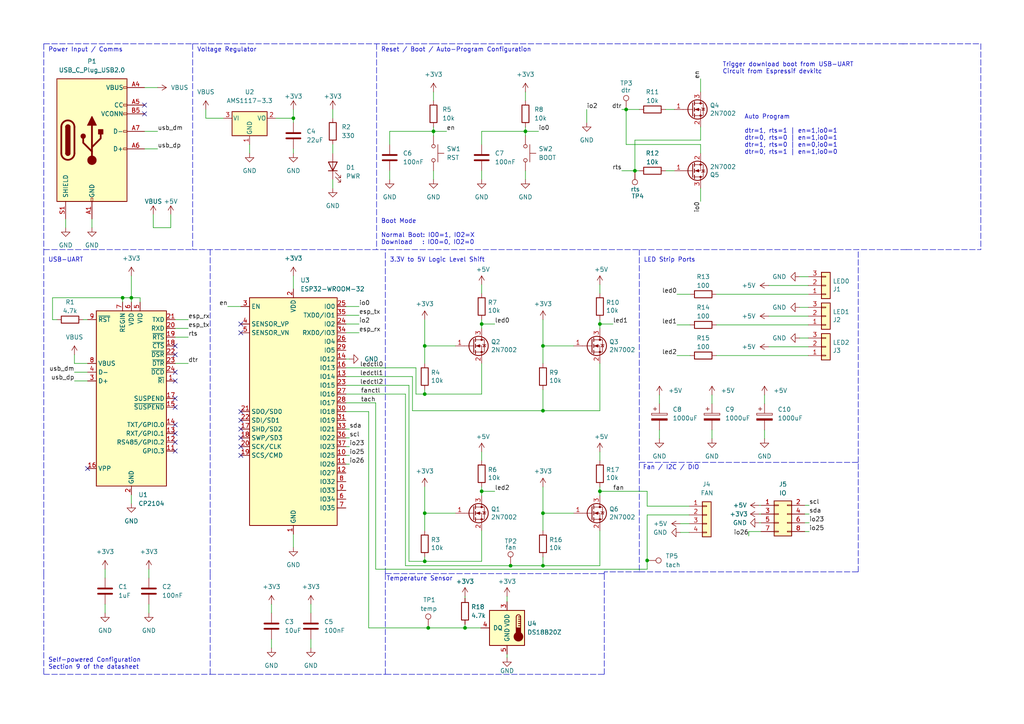
<source format=kicad_sch>
(kicad_sch (version 20211123) (generator eeschema)
  (paper "A4")
  (title_block (title "Helios Light Controller") (date "2022-04-23") (rev "E") (comment 1 "Author: Natesh Narain"))
  (junction (at 139.7 93.98))
  (junction (at 157.48 119.126))
  (junction (at 123.19 114.3))
  (junction (at 181.61 31.75))
  (junction (at 184.15 49.53))
  (junction (at 123.19 148.844))
  (junction (at 157.48 148.844))
  (junction (at 187.706 162.56))
  (junction (at 124.206 182.118))
  (junction (at 134.874 182.118))
  (junction (at 173.99 93.98))
  (junction (at 123.19 162.814))
  (junction (at 148.082 164.084))
  (junction (at 123.19 100.33))
  (junction (at 139.7 142.494))
  (junction (at 173.99 142.494))
  (junction (at 157.48 100.33))
  (junction (at 35.56 86.36))
  (junction (at 125.73 38.1))
  (junction (at 85.09 34.29))
  (junction (at 157.48 164.084))
  (junction (at 152.4 38.1))
  (junction (at 38.1 86.36))
  (no_connect (at 69.85 93.98))
  (no_connect (at 69.85 96.52))
  (no_connect (at 69.85 119.38))
  (no_connect (at 69.85 121.92))
  (no_connect (at 69.85 124.46))
  (no_connect (at 69.85 127))
  (no_connect (at 50.8 125.73))
  (no_connect (at 50.8 123.19))
  (no_connect (at 50.8 130.81))
  (no_connect (at 50.8 128.27))
  (no_connect (at 41.91 30.48))
  (no_connect (at 41.91 33.02))
  (no_connect (at 50.8 107.95))
  (no_connect (at 50.8 102.87))
  (no_connect (at 50.8 100.33))
  (no_connect (at 50.8 115.57))
  (no_connect (at 50.8 118.11))
  (no_connect (at 50.8 110.49))
  (no_connect (at 25.4 135.89))
  (no_connect (at 69.85 129.54))
  (no_connect (at 69.85 132.08))
  (wire (pts (xy 139.7 92.71) (xy 139.7 93.98)))
  (wire (pts (xy 196.342 103.124) (xy 200.152 103.124)))
  (wire (pts (xy 220.218 151.638) (xy 220.726 151.638)))
  (wire (pts (xy 40.64 86.36) (xy 40.64 87.63)))
  (wire (pts (xy 41.91 43.18) (xy 45.72 43.18)))
  (wire (pts (xy 43.18 175.26) (xy 43.18 177.8)))
  (wire (pts (xy 223.012 100.584) (xy 234.442 100.584)))
  (wire (pts (xy 173.99 142.494) (xy 187.706 142.494)))
  (polyline (pts (xy 175.26 165.862) (xy 175.26 166.37)))
  (wire (pts (xy 134.874 181.102) (xy 134.874 182.118)))
  (wire (pts (xy 90.17 185.42) (xy 90.17 187.96)))
  (wire (pts (xy 139.7 49.53) (xy 139.7 52.07)))
  (wire (pts (xy 173.99 141.224) (xy 173.99 142.494)))
  (wire (pts (xy 157.48 161.544) (xy 157.48 164.084)))
  (wire (pts (xy 50.8 92.71) (xy 54.61 92.71)))
  (wire (pts (xy 203.2 41.91) (xy 203.2 44.45)))
  (wire (pts (xy 15.24 92.71) (xy 15.24 86.36)))
  (wire (pts (xy 106.934 182.118) (xy 124.206 182.118)))
  (wire (pts (xy 173.99 93.98) (xy 173.99 95.25)))
  (wire (pts (xy 173.99 153.924) (xy 173.99 164.084)))
  (wire (pts (xy 123.19 113.03) (xy 123.19 114.3)))
  (wire (pts (xy 100.33 111.76) (xy 118.618 111.76)))
  (wire (pts (xy 139.7 153.924) (xy 139.7 162.814)))
  (polyline (pts (xy 185.42 165.862) (xy 248.92 165.862)))
  (wire (pts (xy 152.4 38.1) (xy 152.4 39.37)))
  (wire (pts (xy 221.742 124.714) (xy 221.742 127.254)))
  (wire (pts (xy 90.17 175.26) (xy 90.17 177.8)))
  (wire (pts (xy 125.73 38.1) (xy 129.54 38.1)))
  (wire (pts (xy 207.772 85.344) (xy 234.442 85.344)))
  (polyline (pts (xy 12.7 12.7) (xy 12.7 72.39)))
  (wire (pts (xy 85.09 154.94) (xy 85.09 158.75)))
  (wire (pts (xy 125.73 36.83) (xy 125.73 38.1)))
  (wire (pts (xy 203.2 36.83) (xy 203.2 40.64)))
  (wire (pts (xy 173.99 93.98) (xy 177.8 93.98)))
  (polyline (pts (xy 12.7 166.37) (xy 12.7 195.58)))
  (polyline (pts (xy 185.42 72.39) (xy 185.42 165.862)))
  (wire (pts (xy 38.1 86.36) (xy 40.64 86.36)))
  (wire (pts (xy 223.012 82.804) (xy 234.442 82.804)))
  (polyline (pts (xy 261.62 12.7) (xy 284.48 12.7)))
  (wire (pts (xy 193.04 49.53) (xy 195.58 49.53)))
  (polyline (pts (xy 60.96 72.39) (xy 60.96 153.67)))
  (polyline (pts (xy 109.22 12.7) (xy 109.22 72.39)))
  (wire (pts (xy 35.56 87.63) (xy 35.56 86.36)))
  (wire (pts (xy 157.48 100.33) (xy 157.48 105.41)))
  (wire (pts (xy 21.59 107.95) (xy 25.4 107.95)))
  (wire (pts (xy 16.51 92.71) (xy 15.24 92.71)))
  (wire (pts (xy 197.358 154.432) (xy 199.898 154.432)))
  (wire (pts (xy 220.218 146.558) (xy 220.726 146.558)))
  (wire (pts (xy 139.7 105.41) (xy 139.7 114.3)))
  (wire (pts (xy 66.04 88.9) (xy 69.85 88.9)))
  (polyline (pts (xy 60.96 195.58) (xy 111.76 195.58)))
  (polyline (pts (xy 262.89 72.39) (xy 284.48 72.39)))
  (wire (pts (xy 123.19 148.844) (xy 123.19 153.924)))
  (wire (pts (xy 132.08 148.844) (xy 123.19 148.844)))
  (polyline (pts (xy 248.92 134.112) (xy 248.92 72.39)))
  (wire (pts (xy 108.966 165.1) (xy 187.706 165.1)))
  (wire (pts (xy 180.34 49.53) (xy 184.15 49.53)))
  (wire (pts (xy 191.262 124.714) (xy 191.262 127.254)))
  (wire (pts (xy 19.05 63.5) (xy 19.05 66.04)))
  (wire (pts (xy 173.99 142.494) (xy 173.99 143.764)))
  (wire (pts (xy 117.602 114.3) (xy 117.602 164.084)))
  (wire (pts (xy 157.48 148.844) (xy 157.48 153.924)))
  (wire (pts (xy 173.99 82.55) (xy 173.99 85.09)))
  (wire (pts (xy 231.902 89.154) (xy 234.442 89.154)))
  (wire (pts (xy 35.56 86.36) (xy 38.1 86.36)))
  (wire (pts (xy 50.8 97.79) (xy 54.61 97.79)))
  (wire (pts (xy 139.7 114.3) (xy 123.19 114.3)))
  (wire (pts (xy 100.33 129.54) (xy 101.346 129.54)))
  (wire (pts (xy 173.99 119.126) (xy 157.48 119.126)))
  (wire (pts (xy 152.4 36.83) (xy 152.4 38.1)))
  (wire (pts (xy 233.426 146.558) (xy 234.696 146.558)))
  (wire (pts (xy 100.33 114.3) (xy 117.602 114.3)))
  (wire (pts (xy 50.8 95.25) (xy 54.61 95.25)))
  (wire (pts (xy 21.59 102.87) (xy 21.59 105.41)))
  (wire (pts (xy 120.65 114.3) (xy 123.19 114.3)))
  (wire (pts (xy 187.706 165.1) (xy 187.706 162.56)))
  (wire (pts (xy 80.01 34.29) (xy 85.09 34.29)))
  (wire (pts (xy 191.262 114.554) (xy 191.262 117.094)))
  (wire (pts (xy 206.502 114.554) (xy 206.502 117.094)))
  (wire (pts (xy 100.33 88.9) (xy 104.14 88.9)))
  (wire (pts (xy 233.426 151.638) (xy 234.696 151.638)))
  (wire (pts (xy 26.67 63.5) (xy 26.67 66.04)))
  (wire (pts (xy 106.934 182.118) (xy 106.934 119.38)))
  (wire (pts (xy 134.874 182.118) (xy 139.446 182.118)))
  (wire (pts (xy 132.08 100.33) (xy 123.19 100.33)))
  (wire (pts (xy 118.618 111.76) (xy 118.618 162.814)))
  (wire (pts (xy 196.342 85.344) (xy 200.152 85.344)))
  (polyline (pts (xy 125.73 12.7) (xy 262.89 12.7)))
  (wire (pts (xy 43.18 165.1) (xy 43.18 167.64)))
  (wire (pts (xy 49.53 62.23) (xy 49.53 66.04)))
  (polyline (pts (xy 60.96 153.67) (xy 60.96 166.37)))
  (wire (pts (xy 203.2 54.61) (xy 203.2 58.42)))
  (wire (pts (xy 139.7 82.55) (xy 139.7 85.09)))
  (polyline (pts (xy 175.26 195.58) (xy 175.26 166.37)))
  (polyline (pts (xy 12.7 72.39) (xy 12.7 153.67)))
  (wire (pts (xy 139.7 93.98) (xy 143.51 93.98)))
  (wire (pts (xy 100.33 104.14) (xy 101.346 104.14)))
  (wire (pts (xy 125.73 38.1) (xy 125.73 39.37)))
  (wire (pts (xy 100.33 91.44) (xy 104.14 91.44)))
  (polyline (pts (xy 248.92 165.862) (xy 248.92 134.112)))
  (wire (pts (xy 139.7 131.064) (xy 139.7 133.604)))
  (wire (pts (xy 180.34 31.75) (xy 181.61 31.75)))
  (wire (pts (xy 38.1 80.01) (xy 38.1 86.36)))
  (wire (pts (xy 85.09 43.18) (xy 85.09 44.45)))
  (polyline (pts (xy 185.42 134.112) (xy 248.92 134.112)))
  (wire (pts (xy 15.24 86.36) (xy 35.56 86.36)))
  (wire (pts (xy 100.33 93.98) (xy 104.14 93.98)))
  (wire (pts (xy 157.48 92.71) (xy 157.48 100.33)))
  (wire (pts (xy 123.19 161.544) (xy 123.19 162.814)))
  (wire (pts (xy 139.7 142.494) (xy 139.7 143.764)))
  (wire (pts (xy 220.218 149.098) (xy 220.726 149.098)))
  (wire (pts (xy 152.4 49.53) (xy 152.4 52.07)))
  (wire (pts (xy 100.33 119.38) (xy 106.934 119.38)))
  (wire (pts (xy 233.426 149.098) (xy 234.696 149.098)))
  (wire (pts (xy 72.39 41.91) (xy 72.39 44.45)))
  (wire (pts (xy 139.7 162.814) (xy 123.19 162.814)))
  (wire (pts (xy 147.066 189.738) (xy 147.066 190.754)))
  (polyline (pts (xy 185.42 165.862) (xy 175.26 165.862)))
  (polyline (pts (xy 284.48 12.7) (xy 284.48 72.39)))
  (wire (pts (xy 100.33 116.84) (xy 108.966 116.84)))
  (wire (pts (xy 108.966 116.84) (xy 108.966 165.1)))
  (wire (pts (xy 207.772 103.124) (xy 234.442 103.124)))
  (polyline (pts (xy 60.96 195.58) (xy 60.96 166.37)))
  (wire (pts (xy 96.52 41.91) (xy 96.52 44.45)))
  (wire (pts (xy 148.082 164.084) (xy 157.48 164.084)))
  (wire (pts (xy 44.45 62.23) (xy 44.45 66.04)))
  (polyline (pts (xy 12.7 12.7) (xy 55.88 12.7)))
  (wire (pts (xy 217.17 154.178) (xy 217.17 155.448)))
  (wire (pts (xy 181.61 31.75) (xy 181.61 41.91)))
  (wire (pts (xy 166.37 100.33) (xy 157.48 100.33)))
  (wire (pts (xy 233.426 154.178) (xy 234.696 154.178)))
  (wire (pts (xy 100.33 124.46) (xy 101.346 124.46)))
  (wire (pts (xy 100.33 106.68) (xy 120.65 106.68)))
  (wire (pts (xy 187.706 142.494) (xy 187.706 146.812)))
  (wire (pts (xy 96.52 31.75) (xy 96.52 34.29)))
  (wire (pts (xy 166.37 148.844) (xy 157.48 148.844)))
  (wire (pts (xy 78.74 185.42) (xy 78.74 187.96)))
  (wire (pts (xy 152.4 38.1) (xy 156.21 38.1)))
  (wire (pts (xy 123.19 141.224) (xy 123.19 148.844)))
  (wire (pts (xy 221.742 114.554) (xy 221.742 117.094)))
  (wire (pts (xy 78.74 175.26) (xy 78.74 177.8)))
  (wire (pts (xy 206.502 124.714) (xy 206.502 127.254)))
  (wire (pts (xy 38.1 86.36) (xy 38.1 87.63)))
  (wire (pts (xy 193.04 31.75) (xy 195.58 31.75)))
  (wire (pts (xy 184.15 49.53) (xy 185.42 49.53)))
  (wire (pts (xy 173.99 92.71) (xy 173.99 93.98)))
  (wire (pts (xy 21.59 105.41) (xy 25.4 105.41)))
  (wire (pts (xy 59.69 34.29) (xy 64.77 34.29)))
  (wire (pts (xy 100.33 109.22) (xy 119.634 109.22)))
  (wire (pts (xy 139.7 93.98) (xy 139.7 95.25)))
  (wire (pts (xy 184.15 49.53) (xy 184.15 40.64)))
  (wire (pts (xy 100.33 134.62) (xy 101.346 134.62)))
  (wire (pts (xy 100.33 132.08) (xy 101.346 132.08)))
  (polyline (pts (xy 12.7 195.58) (xy 60.96 195.58)))
  (polyline (pts (xy 111.76 166.37) (xy 111.76 72.39)))
  (wire (pts (xy 157.48 164.084) (xy 173.99 164.084)))
  (wire (pts (xy 113.03 38.1) (xy 113.03 41.91)))
  (wire (pts (xy 152.4 26.67) (xy 152.4 29.21)))
  (wire (pts (xy 124.206 182.118) (xy 134.874 182.118)))
  (wire (pts (xy 30.48 175.26) (xy 30.48 177.8)))
  (wire (pts (xy 187.706 162.56) (xy 187.706 149.352)))
  (wire (pts (xy 152.4 38.1) (xy 139.7 38.1)))
  (wire (pts (xy 223.012 91.694) (xy 234.442 91.694)))
  (wire (pts (xy 187.706 149.352) (xy 199.898 149.352)))
  (polyline (pts (xy 12.7 153.67) (xy 12.7 166.37)))
  (wire (pts (xy 41.91 38.1) (xy 45.72 38.1)))
  (wire (pts (xy 125.73 49.53) (xy 125.73 52.07)))
  (wire (pts (xy 207.772 94.234) (xy 234.442 94.234)))
  (wire (pts (xy 203.2 22.86) (xy 203.2 26.67)))
  (wire (pts (xy 173.99 131.064) (xy 173.99 133.604)))
  (wire (pts (xy 125.73 38.1) (xy 113.03 38.1)))
  (wire (pts (xy 85.09 34.29) (xy 85.09 35.56)))
  (wire (pts (xy 125.73 26.67) (xy 125.73 29.21)))
  (wire (pts (xy 50.8 105.41) (xy 54.61 105.41)))
  (wire (pts (xy 170.18 31.75) (xy 170.18 35.56)))
  (wire (pts (xy 134.874 172.974) (xy 134.874 173.482)))
  (wire (pts (xy 24.13 92.71) (xy 25.4 92.71)))
  (wire (pts (xy 123.19 92.71) (xy 123.19 100.33)))
  (wire (pts (xy 181.61 31.75) (xy 185.42 31.75)))
  (polyline (pts (xy 55.88 12.7) (xy 55.88 72.39)))
  (polyline (pts (xy 262.89 72.39) (xy 125.73 72.39)))
  (wire (pts (xy 85.09 31.75) (xy 85.09 34.29)))
  (polyline (pts (xy 111.76 195.58) (xy 111.76 166.37)))
  (wire (pts (xy 231.902 80.264) (xy 234.442 80.264)))
  (wire (pts (xy 100.33 96.52) (xy 104.14 96.52)))
  (wire (pts (xy 184.15 40.64) (xy 203.2 40.64)))
  (wire (pts (xy 173.99 105.41) (xy 173.99 119.126)))
  (wire (pts (xy 147.066 172.974) (xy 147.066 174.498)))
  (wire (pts (xy 139.7 38.1) (xy 139.7 41.91)))
  (wire (pts (xy 220.726 154.178) (xy 217.17 154.178)))
  (wire (pts (xy 100.33 127) (xy 101.346 127)))
  (wire (pts (xy 196.342 94.234) (xy 200.152 94.234)))
  (wire (pts (xy 119.634 119.126) (xy 157.48 119.126)))
  (wire (pts (xy 123.19 100.33) (xy 123.19 105.41)))
  (wire (pts (xy 120.65 106.68) (xy 120.65 114.3)))
  (wire (pts (xy 44.45 66.04) (xy 49.53 66.04)))
  (wire (pts (xy 96.52 52.07) (xy 96.52 54.61)))
  (wire (pts (xy 197.358 151.892) (xy 199.898 151.892)))
  (polyline (pts (xy 125.73 72.39) (xy 55.88 72.39)))
  (wire (pts (xy 38.1 143.51) (xy 38.1 146.05)))
  (wire (pts (xy 187.706 146.812) (xy 199.898 146.812)))
  (wire (pts (xy 139.7 141.224) (xy 139.7 142.494)))
  (wire (pts (xy 117.602 164.084) (xy 148.082 164.084)))
  (wire (pts (xy 85.09 80.01) (xy 85.09 83.82)))
  (polyline (pts (xy 55.88 12.7) (xy 125.73 12.7)))
  (wire (pts (xy 231.902 98.044) (xy 234.442 98.044)))
  (wire (pts (xy 30.48 165.1) (xy 30.48 167.64)))
  (wire (pts (xy 41.91 25.4) (xy 45.72 25.4)))
  (wire (pts (xy 119.634 109.22) (xy 119.634 119.126)))
  (polyline (pts (xy 12.7 72.39) (xy 55.88 72.39)))
  (wire (pts (xy 59.69 31.75) (xy 59.69 34.29)))
  (wire (pts (xy 181.61 41.91) (xy 203.2 41.91)))
  (wire (pts (xy 113.03 49.53) (xy 113.03 52.07)))
  (wire (pts (xy 118.618 162.814) (xy 123.19 162.814)))
  (wire (pts (xy 139.7 142.494) (xy 143.51 142.494)))
  (polyline (pts (xy 175.26 166.37) (xy 111.76 166.37)))
  (wire (pts (xy 157.48 141.224) (xy 157.48 148.844)))
  (wire (pts (xy 21.59 110.49) (xy 25.4 110.49)))
  (wire (pts (xy 157.48 113.03) (xy 157.48 119.126)))
  (polyline (pts (xy 111.76 195.58) (xy 175.26 195.58)))
  (text "Power Input / Comms" (at 13.97 15.24 0) (effects (font (size 1.27 1.27)) (justify left bottom)))
  (text "Auto Program\n\ndtr=1, rts=1 | en=1,io0=1\ndtr=0, rts=0 | en=1,io0=1\ndtr=1, rts=0 | en=0,io0=1\ndtr=0, rts=1 | en=1,io0=0\n\n" (at 215.9 46.99 0) (effects (font (size 1.27 1.27)) (justify left bottom)))
  (text "LED Strip Ports" (at 186.69 76.2 0) (effects (font (size 1.27 1.27)) (justify left bottom)))
  (text "Self-powered Configuration\nSection 9 of the datasheet" (at 13.97 194.31 0) (effects (font (size 1.27 1.27)) (justify left bottom)))
  (text "Temperature Sensor\n" (at 131.318 168.656 180) (effects (font (size 1.27 1.27)) (justify right bottom)))
  (text "Fan / I2C / DIO" (at 186.436 136.398 0) (effects (font (size 1.27 1.27)) (justify left bottom)))
  (text "Trigger download boot from USB-UART\nCircuit from Espressif devkitc" (at 209.55 21.59 0) (effects (font (size 1.27 1.27)) (justify left bottom)))
  (text "Reset / Boot / Auto-Program Configuration" (at 110.49 15.24 0) (effects (font (size 1.27 1.27)) (justify left bottom)))
  (text "USB-UART" (at 13.97 76.2 0) (effects (font (size 1.27 1.27)) (justify left bottom)))
  (text "Boot Mode\n\nNormal Boot: IO0=1, IO2=X\nDownload   : IO0=0, IO2=0   " (at 110.49 71.12 0) (effects (font (size 1.27 1.27)) (justify left bottom)))
  (text "3.3V to 5V Logic Level Shift" (at 113.03 76.2 0) (effects (font (size 1.27 1.27)) (justify left bottom)))
  (text "Voltage Regulator" (at 57.15 15.24 0) (effects (font (size 1.27 1.27)) (justify left bottom)))
  (label "io23" (at 234.696 151.638 0))
  (label "dtr" (at 180.34 31.75 180))
  (label "io25" (at 101.346 132.08 0))
  (label "led0" (at 143.51 93.98 0))
  (label "rts" (at 54.61 97.79 0))
  (label "fan" (at 177.8 142.494 0))
  (label "dtr" (at 54.61 105.41 0))
  (label "scl" (at 234.696 146.558 0))
  (label "usb_dm" (at 21.59 107.95 180))
  (label "usb_dp" (at 21.59 110.49 180))
  (label "esp_rx" (at 104.14 96.52 0))
  (label "en" (at 203.2 22.86 90))
  (label "usb_dm" (at 45.72 38.1 0))
  (label "scl" (at 101.346 127 0))
  (label "sda" (at 101.346 124.46 0))
  (label "io25" (at 234.696 154.178 0))
  (label "ledctl2" (at 104.394 111.76 0))
  (label "en" (at 129.54 38.1 0))
  (label "io26" (at 217.17 155.448 180))
  (label "rts" (at 180.34 49.53 180))
  (label "io0" (at 203.2 58.42 270))
  (label "led2" (at 143.51 142.494 0))
  (label "led1" (at 177.8 93.98 0))
  (label "usb_dp" (at 45.72 43.18 0))
  (label "tach" (at 104.648 116.84 0))
  (label "io2" (at 104.14 93.98 0))
  (label "en" (at 66.04 88.9 180))
  (label "io26" (at 101.346 134.62 0))
  (label "esp_rx" (at 54.61 92.71 0))
  (label "sda" (at 234.696 149.098 0))
  (label "ledctl0" (at 104.394 106.68 0))
  (label "ledctl1" (at 104.394 109.22 0))
  (label "led2" (at 196.342 103.124 180))
  (label "io0" (at 104.14 88.9 0))
  (label "led1" (at 196.342 94.234 180))
  (label "esp_tx" (at 104.14 91.44 0))
  (label "fanctl" (at 104.648 114.3 0))
  (label "io0" (at 156.21 38.1 0))
  (label "esp_tx" (at 54.61 95.25 0))
  (label "io23" (at 101.346 129.54 0))
  (label "led0" (at 196.342 85.344 180))
  (label "io2" (at 170.18 31.75 0))
  (symbol (lib_id "Connector_Generic:Conn_01x03") (at 239.522 82.804 0) (mirror x) (unit 1)
    (property "Reference" "J1" (at 241.5286 83.8708 0) (effects (justify left)))
    (property "Value" "LED0" (at 241.5286 81.5594 0) (effects (justify left)))
    (property "Footprint" "Connector_PinHeader_2.54mm:PinHeader_1x03_P2.54mm_Vertical" (effects hide))
  )
  (symbol (lib_id "Device:R") (at 123.19 109.22 0) (unit 1)
    (property "Reference" "R4" (at 124.968 108.0516 0) (effects (justify left)))
    (property "Value" "10k" (at 124.968 110.363 0) (effects (justify left)))
    (property "Footprint" "Resistor_SMD:R_0805_2012Metric" (effects hide))
    (property "Datasheet" "https://datasheet.lcsc.com/lcsc/2110251730_UNI-ROYAL-Uniroyal-Elec-0805W8F1002T5E_C17414.pdf" (effects hide))
    (property "LCSC" "C17414" (effects hide))
  )
  (symbol (lib_id "Device:R") (at 139.7 88.9 0) (unit 1)
    (property "Reference" "R7" (at 141.478 87.7316 0) (effects (justify left)))
    (property "Value" "10k" (at 141.478 90.043 0) (effects (justify left)))
    (property "Footprint" "Resistor_SMD:R_0805_2012Metric" (effects hide))
    (property "Datasheet" "https://datasheet.lcsc.com/lcsc/2110251730_UNI-ROYAL-Uniroyal-Elec-0805W8F1002T5E_C17414.pdf" (effects hide))
    (property "LCSC" "C17414" (effects hide))
  )
  (symbol (lib_id "power:+5V") (at 139.7 82.55 0) (unit 1)
    (property "Reference" "#PWR032" (effects hide))
    (property "Value" "+5V" (at 140.081 78.1558 0))
  )
  (symbol (lib_id "Transistor_FET:2N7002") (at 137.16 100.33 0) (unit 1)
    (property "Reference" "Q2" (at 142.3924 99.1616 0) (effects (justify left)))
    (property "Value" "2N7002" (at 142.3924 101.473 0) (effects (justify left)))
    (property "Footprint" "Package_TO_SOT_SMD:SOT-23" (effects hide))
    (property "Datasheet" "https://www.fairchildsemi.com/datasheets/2N/2N7002.pdf" (effects hide))
    (property "LCSC" "C8545" (effects hide))
  )
  (symbol (lib_id "power:GND") (at 78.74 187.96 0) (unit 1)
    (property "Reference" "#PWR016" (effects hide))
    (property "Value" "GND" (at 78.74 193.04 0))
  )
  (symbol (lib_id "power:GND") (at 220.218 151.638 270) (unit 1)
    (property "Reference" "#PWR?" (effects hide))
    (property "Value" "GND" (at 216.662 151.6379 90) (effects (justify right)))
  )
  (symbol (lib_id "Device:C") (at 90.17 181.61 0) (unit 1)
    (property "Reference" "C5" (at 93.98 180.3399 0) (effects (justify left)))
    (property "Value" "100nF" (at 93.98 182.8799 0) (effects (justify left)))
    (property "Footprint" "Capacitor_SMD:C_0805_2012Metric" (effects hide))
    (property "Datasheet" "https://datasheet.lcsc.com/lcsc/1810191216_Samsung-Electro-Mechanics-CL21B104KCFNNNE_C28233.pdf" (effects hide))
    (property "LCSC" "C28233" (effects hide))
  )
  (symbol (lib_id "Switch:SW_Push") (at 125.73 44.45 270) (unit 1)
    (property "Reference" "SW1" (at 129.54 43.1799 90) (effects (justify left)))
    (property "Value" "RST" (at 129.54 45.7199 90) (effects (justify left)))
    (property "Footprint" "tactile_switches:TS-1088-AR02016" (effects hide))
    (property "Datasheet" "https://datasheet.lcsc.com/lcsc/2008221234_XUNPU-TS-1088-AR02016_C720477.pdf" (effects hide))
    (property "LCSC" "C720477" (effects hide))
  )
  (symbol (lib_id "Connector:TestPoint") (at 148.082 164.084 0) (unit 1)
    (property "Reference" "TP2" (at 146.304 156.972 0) (effects (justify left)))
    (property "Value" "fan" (at 146.558 158.75 0) (effects (justify left)))
    (property "Footprint" "TestPoint:TestPoint_Pad_1.5x1.5mm" (effects hide))
  )
  (symbol (lib_id "power:+3V3") (at 90.17 175.26 0) (unit 1)
    (property "Reference" "#PWR021" (effects hide))
    (property "Value" "+3V3" (at 90.17 170.18 0))
  )
  (symbol (lib_id "power:GND") (at 206.502 127.254 0) (unit 1)
    (property "Reference" "#PWR041" (effects hide))
    (property "Value" "GND" (at 206.502 132.334 0))
  )
  (symbol (lib_id "Device:R") (at 123.19 157.734 0) (unit 1)
    (property "Reference" "R3" (at 124.968 156.5656 0) (effects (justify left)))
    (property "Value" "10k" (at 124.968 158.877 0) (effects (justify left)))
    (property "Footprint" "Resistor_SMD:R_0805_2012Metric" (effects hide))
    (property "Datasheet" "https://datasheet.lcsc.com/lcsc/2110251730_UNI-ROYAL-Uniroyal-Elec-0805W8F1002T5E_C17414.pdf" (effects hide))
    (property "LCSC" "C17414" (effects hide))
  )
  (symbol (lib_id "Interface_USB:CP2104") (at 38.1 115.57 0) (unit 1)
    (property "Reference" "U1" (at 40.1194 143.51 0) (effects (justify left)))
    (property "Value" "CP2104" (at 40.1194 146.05 0) (effects (justify left)))
    (property "Footprint" "Package_DFN_QFN:QFN-24-1EP_4x4mm_P0.5mm_EP2.6x2.6mm" (effects hide))
    (property "Datasheet" "https://www.silabs.com/documents/public/data-sheets/cp2104.pdf" (effects hide))
    (property "LCSC" "C47742" (effects hide))
  )
  (symbol (lib_id "power:GND") (at 30.48 177.8 0) (unit 1)
    (property "Reference" "#PWR05" (effects hide))
    (property "Value" "GND" (at 30.48 182.88 0))
  )
  (symbol (lib_id "Connector:TestPoint") (at 184.15 49.53 180) (unit 1)
    (property "Reference" "TP4" (at 183.134 56.896 0) (effects (justify right)))
    (property "Value" "rts" (at 182.88 54.864 0) (effects (justify right)))
    (property "Footprint" "TestPoint:TestPoint_Pad_1.5x1.5mm" (effects hide))
  )
  (symbol (lib_id "power:VBUS") (at 45.72 25.4 270) (unit 1)
    (property "Reference" "#PWR011" (effects hide))
    (property "Value" "VBUS" (at 49.53 25.3999 90) (effects (justify left)))
  )
  (symbol (lib_id "Device:R") (at 139.7 137.414 0) (unit 1)
    (property "Reference" "R6" (at 141.478 136.2456 0) (effects (justify left)))
    (property "Value" "10k" (at 141.478 138.557 0) (effects (justify left)))
    (property "Footprint" "Resistor_SMD:R_0805_2012Metric" (effects hide))
    (property "Datasheet" "https://datasheet.lcsc.com/lcsc/2110251730_UNI-ROYAL-Uniroyal-Elec-0805W8F1002T5E_C17414.pdf" (effects hide))
    (property "LCSC" "C17414" (effects hide))
  )
  (symbol (lib_id "Device:R") (at 203.962 85.344 90) (unit 1)
    (property "Reference" "R13" (at 203.962 80.264 90))
    (property "Value" "100" (at 203.962 82.804 90))
    (property "Footprint" "Resistor_SMD:R_0805_2012Metric" (effects hide))
    (property "Datasheet" "https://datasheet.lcsc.com/lcsc/2110251730_UNI-ROYAL-Uniroyal-Elec-0805W8F1000T5E_C17408.pdf" (effects hide))
    (property "LCSC" "C17408" (effects hide))
  )
  (symbol (lib_id "power:GND") (at 85.09 158.75 0) (unit 1)
    (property "Reference" "#PWR020" (effects hide))
    (property "Value" "GND" (at 85.09 163.83 0))
  )
  (symbol (lib_id "power:+3V3") (at 38.1 80.01 0) (unit 1)
    (property "Reference" "#PWR06" (effects hide))
    (property "Value" "+3V3" (at 38.1 74.93 0))
  )
  (symbol (lib_id "Device:R") (at 96.52 38.1 0) (unit 1)
    (property "Reference" "R2" (at 99.06 36.8299 0) (effects (justify left)))
    (property "Value" "330" (at 99.06 39.3699 0) (effects (justify left)))
    (property "Footprint" "Resistor_SMD:R_0805_2012Metric" (effects hide))
    (property "Datasheet" "https://datasheet.lcsc.com/lcsc/2110251830_UNI-ROYAL-Uniroyal-Elec-0805W8F3300T5E_C17630.pdf" (effects hide))
    (property "LCSC" "C17630" (effects hide))
  )
  (symbol (lib_id "power:+5V") (at 206.502 114.554 0) (unit 1)
    (property "Reference" "#PWR040" (effects hide))
    (property "Value" "+5V" (at 209.042 113.2839 0) (effects (justify left)))
  )
  (symbol (lib_id "power:GND") (at 85.09 44.45 0) (unit 1)
    (property "Reference" "#PWR018" (effects hide))
    (property "Value" "GND" (at 85.09 49.53 0))
  )
  (symbol (lib_id "Switch:SW_Push") (at 152.4 44.45 270) (unit 1)
    (property "Reference" "SW2" (at 156.21 43.1799 90) (effects (justify left)))
    (property "Value" "BOOT" (at 156.21 45.7199 90) (effects (justify left)))
    (property "Footprint" "tactile_switches:TS-1088-AR02016" (effects hide))
    (property "Datasheet" "https://datasheet.lcsc.com/lcsc/2008221234_XUNPU-TS-1088-AR02016_C720477.pdf" (effects hide))
    (property "LCSC" "C720477" (effects hide))
  )
  (symbol (lib_id "power:GND") (at 231.902 80.264 270) (unit 1)
    (property "Reference" "#PWR047" (effects hide))
    (property "Value" "GND" (at 228.092 80.2639 90) (effects (justify right)))
  )
  (symbol (lib_id "Device:R") (at 134.874 177.292 0) (unit 1)
    (property "Reference" "R18" (at 136.652 176.0219 0) (effects (justify left)))
    (property "Value" "4.7k" (at 136.652 178.5619 0) (effects (justify left)))
    (property "Footprint" "Resistor_SMD:R_0805_2012Metric" (effects hide))
    (property "Datasheet" "https://datasheet.lcsc.com/lcsc/2206010200_UNI-ROYAL-Uniroyal-Elec-0805W8F4701T5E_C17673.pdf" (effects hide))
    (property "LCSC" "C17673" (effects hide))
  )
  (symbol (lib_id "Device:R") (at 152.4 33.02 0) (unit 1)
    (property "Reference" "R8" (at 154.94 31.7499 0) (effects (justify left)))
    (property "Value" "10k" (at 154.94 34.2899 0) (effects (justify left)))
    (property "Footprint" "Resistor_SMD:R_0805_2012Metric" (effects hide))
    (property "Datasheet" "https://datasheet.lcsc.com/lcsc/2110251730_UNI-ROYAL-Uniroyal-Elec-0805W8F1002T5E_C17414.pdf" (effects hide))
    (property "LCSC" "C17414" (effects hide))
  )
  (symbol (lib_id "power:+5V") (at 191.262 114.554 0) (unit 1)
    (property "Reference" "#PWR038" (effects hide))
    (property "Value" "+5V" (at 193.802 113.2839 0) (effects (justify left)))
  )
  (symbol (lib_id "power:+5V") (at 139.7 131.064 0) (unit 1)
    (property "Reference" "#PWR030" (effects hide))
    (property "Value" "+5V" (at 140.081 126.6698 0))
  )
  (symbol (lib_id "Connector_Generic:Conn_02x04_Odd_Even") (at 225.806 149.098 0) (unit 1)
    (property "Reference" "J5" (at 227.076 140.462 0))
    (property "Value" "IO" (at 227.076 143.002 0))
    (property "Footprint" "Connector_PinHeader_2.54mm:PinHeader_2x04_P2.54mm_Vertical" (effects hide))
  )
  (symbol (lib_id "Device:R") (at 173.99 137.414 0) (unit 1)
    (property "Reference" "R17" (at 175.768 136.2456 0) (effects (justify left)))
    (property "Value" "10k" (at 175.768 138.557 0) (effects (justify left)))
    (property "Footprint" "Resistor_SMD:R_0805_2012Metric" (effects hide))
    (property "Datasheet" "https://datasheet.lcsc.com/lcsc/2110251730_UNI-ROYAL-Uniroyal-Elec-0805W8F1002T5E_C17414.pdf" (effects hide))
    (property "LCSC" "C17414" (effects hide))
  )
  (symbol (lib_id "power:GND") (at 96.52 54.61 0) (unit 1)
    (property "Reference" "#PWR024" (effects hide))
    (property "Value" "GND" (at 96.52 59.69 0))
  )
  (symbol (lib_id "Sensor_Temperature:DS18B20Z") (at 147.066 182.118 0) (mirror y) (unit 1)
    (property "Reference" "U4" (at 152.908 180.8479 0) (effects (justify right)))
    (property "Value" "DS18B20Z" (at 152.908 183.3879 0) (effects (justify right)))
    (property "Footprint" "Package_SO:SOIC-8_3.9x4.9mm_P1.27mm" (effects hide))
    (property "Datasheet" "http://datasheets.maximintegrated.com/en/ds/DS18B20.pdf" (effects hide))
    (property "LCSC" "C695837" (effects hide))
  )
  (symbol (lib_id "power:GND") (at 125.73 52.07 0) (unit 1)
    (property "Reference" "#PWR029" (effects hide))
    (property "Value" "GND" (at 125.73 57.15 0))
  )
  (symbol (lib_id "power:VBUS") (at 59.69 31.75 0) (unit 1)
    (property "Reference" "#PWR013" (effects hide))
    (property "Value" "VBUS" (at 59.69 26.67 0))
  )
  (symbol (lib_id "Connector_Generic:Conn_01x04") (at 204.978 149.352 0) (unit 1)
    (property "Reference" "J4" (at 203.708 140.462 0) (effects (justify left)))
    (property "Value" "FAN" (at 203.2 143.002 0) (effects (justify left)))
    (property "Footprint" "Connector_PinHeader_2.54mm:PinHeader_1x04_P2.54mm_Vertical" (effects hide))
  )
  (symbol (lib_id "Device:C") (at 78.74 181.61 0) (unit 1)
    (property "Reference" "C3" (at 82.55 180.3399 0) (effects (justify left)))
    (property "Value" "10uF" (at 82.55 182.8799 0) (effects (justify left)))
    (property "Footprint" "Capacitor_SMD:C_0805_2012Metric" (effects hide))
    (property "Datasheet" "https://datasheet.lcsc.com/lcsc/1811151136_Samsung-Electro-Mechanics-CL21B103KBANNNC_C1710.pdf" (effects hide))
    (property "LCSC" "C1710" (effects hide))
  )
  (symbol (lib_id "power:+3V3") (at 78.74 175.26 0) (unit 1)
    (property "Reference" "#PWR015" (effects hide))
    (property "Value" "+3V3" (at 78.74 170.18 0))
  )
  (symbol (lib_id "power:+5V") (at 173.99 82.55 0) (unit 1)
    (property "Reference" "#PWR037" (effects hide))
    (property "Value" "+5V" (at 174.371 78.1558 0))
  )
  (symbol (lib_id "power:GND") (at 90.17 187.96 0) (unit 1)
    (property "Reference" "#PWR022" (effects hide))
    (property "Value" "GND" (at 90.17 193.04 0))
  )
  (symbol (lib_id "Device:C") (at 113.03 45.72 0) (unit 1)
    (property "Reference" "C6" (at 116.84 44.4499 0) (effects (justify left)))
    (property "Value" "100nF" (at 116.84 46.9899 0) (effects (justify left)))
    (property "Footprint" "Capacitor_SMD:C_0805_2012Metric" (effects hide))
    (property "Datasheet" "https://datasheet.lcsc.com/lcsc/1810191216_Samsung-Electro-Mechanics-CL21B104KCFNNNE_C28233.pdf" (effects hide))
    (property "LCSC" "C28233" (effects hide))
  )
  (symbol (lib_id "power:GND") (at 101.346 104.14 90) (unit 1)
    (property "Reference" "#PWR026" (effects hide))
    (property "Value" "GND" (at 105.664 104.1399 90) (effects (justify right)))
  )
  (symbol (lib_id "power:VBUS") (at 21.59 102.87 0) (unit 1)
    (property "Reference" "#PWR02" (effects hide))
    (property "Value" "VBUS" (at 21.59 97.79 0))
  )
  (symbol (lib_id "power:GND") (at 26.67 66.04 0) (unit 1)
    (property "Reference" "#PWR03" (effects hide))
    (property "Value" "GND" (at 26.67 71.12 0))
  )
  (symbol (lib_id "Device:C") (at 85.09 39.37 0) (unit 1)
    (property "Reference" "C4" (at 88.9 38.0999 0) (effects (justify left)))
    (property "Value" "22uF" (at 88.9 40.6399 0) (effects (justify left)))
    (property "Footprint" "Capacitor_Tantalum_SMD:CP_EIA-3216-18_Kemet-A" (effects hide))
    (property "Datasheet" "https://datasheet.lcsc.com/lcsc/1809281513_KEMET-T491A226K010AT_C116575.pdf" (effects hide))
    (property "LCSC" "C116575" (effects hide))
  )
  (symbol (lib_id "power:+5V") (at 173.99 131.064 0) (unit 1)
    (property "Reference" "#PWR056" (effects hide))
    (property "Value" "+5V" (at 174.371 126.6698 0))
  )
  (symbol (lib_id "power:+3V3") (at 85.09 31.75 0) (unit 1)
    (property "Reference" "#PWR017" (effects hide))
    (property "Value" "+3V3" (at 85.09 27.94 0))
  )
  (symbol (lib_id "power:GND") (at 152.4 52.07 0) (unit 1)
    (property "Reference" "#PWR034" (effects hide))
    (property "Value" "GND" (at 152.4 57.15 0))
  )
  (symbol (lib_id "Device:R") (at 157.48 157.734 0) (unit 1)
    (property "Reference" "R16" (at 159.258 156.5656 0) (effects (justify left)))
    (property "Value" "10k" (at 159.258 158.877 0) (effects (justify left)))
    (property "Footprint" "Resistor_SMD:R_0805_2012Metric" (effects hide))
    (property "Datasheet" "https://datasheet.lcsc.com/lcsc/2110251730_UNI-ROYAL-Uniroyal-Elec-0805W8F1002T5E_C17414.pdf" (effects hide))
    (property "LCSC" "C17414" (effects hide))
  )
  (symbol (lib_id "RF_Module:ESP32-WROOM-32") (at 85.09 119.38 0) (unit 1)
    (property "Reference" "U3" (at 87.1094 81.28 0) (effects (justify left)))
    (property "Value" "ESP32-WROOM-32" (at 87.1094 83.82 0) (effects (justify left)))
    (property "Footprint" "RF_Module:ESP32-WROOM-32" (effects hide))
    (property "Datasheet" "https://www.espressif.com/sites/default/files/documentation/esp32-wroom-32_datasheet_en.pdf" (effects hide))
    (property "LCSC" "C82899" (effects hide))
  )
  (symbol (lib_id "power:+3V3") (at 157.48 141.224 0) (unit 1)
    (property "Reference" "#PWR053" (effects hide))
    (property "Value" "+3V3" (at 157.48 136.652 0))
  )
  (symbol (lib_id "Device:R") (at 203.962 94.234 90) (unit 1)
    (property "Reference" "R14" (at 203.962 89.154 90))
    (property "Value" "100" (at 203.962 91.694 90))
    (property "Footprint" "Resistor_SMD:R_0805_2012Metric" (effects hide))
    (property "Datasheet" "https://datasheet.lcsc.com/lcsc/2110251730_UNI-ROYAL-Uniroyal-Elec-0805W8F1000T5E_C17408.pdf" (effects hide))
    (property "LCSC" "C17408" (effects hide))
  )
  (symbol (lib_id "power:GND") (at 43.18 177.8 0) (unit 1)
    (property "Reference" "#PWR09" (effects hide))
    (property "Value" "GND" (at 43.18 182.88 0))
  )
  (symbol (lib_id "Connector:USB_C_Plug_USB2.0") (at 26.67 40.64 0) (unit 1)
    (property "Reference" "P1" (at 26.67 17.78 0))
    (property "Value" "USB_C_Plug_USB2.0" (at 26.67 20.32 0))
    (property "Footprint" "USB-C-Connectors:TYPE-C-31-M-04" (effects hide))
    (property "Datasheet" "https://datasheet.lcsc.com/lcsc/2108131530_Korean-Hroparts-Elec-TYPE-C-31-M-04_C129018.pdf" (effects hide))
    (property "LCSC" "C129018" (effects hide))
  )
  (symbol (lib_id "power:GND") (at 170.18 35.56 0) (unit 1)
    (property "Reference" "#PWR036" (effects hide))
    (property "Value" "GND" (at 170.18 40.64 0))
  )
  (symbol (lib_id "power:GND") (at 72.39 44.45 0) (unit 1)
    (property "Reference" "#PWR014" (effects hide))
    (property "Value" "GND" (at 72.39 49.53 0))
  )
  (symbol (lib_id "Device:LED") (at 96.52 48.26 90) (unit 1)
    (property "Reference" "D1" (at 100.33 48.5774 90) (effects (justify right)))
    (property "Value" "PWR" (at 100.33 51.1174 90) (effects (justify right)))
    (property "Footprint" "LED_SMD:LED_0805_2012Metric" (effects hide))
    (property "Datasheet" "https://datasheet.lcsc.com/lcsc/1811061633_Everlight-Elec-17-215-S2C-BJ1K2AX-3T_C95814.pdf" (effects hide))
    (property "LCSC" "C434432" (effects hide))
  )
  (symbol (lib_id "power:GND") (at 113.03 52.07 0) (unit 1)
    (property "Reference" "#PWR025" (effects hide))
    (property "Value" "GND" (at 113.03 57.15 0))
  )
  (symbol (lib_id "Device:R") (at 173.99 88.9 0) (unit 1)
    (property "Reference" "R10" (at 175.768 87.7316 0) (effects (justify left)))
    (property "Value" "10k" (at 175.768 90.043 0) (effects (justify left)))
    (property "Footprint" "Resistor_SMD:R_0805_2012Metric" (effects hide))
    (property "Datasheet" "https://datasheet.lcsc.com/lcsc/2110251730_UNI-ROYAL-Uniroyal-Elec-0805W8F1002T5E_C17414.pdf" (effects hide))
    (property "LCSC" "C17414" (effects hide))
  )
  (symbol (lib_id "Device:C") (at 30.48 171.45 0) (unit 1)
    (property "Reference" "C1" (at 34.29 170.1799 0) (effects (justify left)))
    (property "Value" "1uF" (at 34.29 172.7199 0) (effects (justify left)))
    (property "Footprint" "Capacitor_SMD:C_0805_2012Metric" (effects hide))
    (property "Datasheet" "https://datasheet.lcsc.com/lcsc/1810191216_Samsung-Electro-Mechanics-CL21B105KBFNNNE_C28323.pdf" (effects hide))
    (property "LCSC" "C28323" (effects hide))
  )
  (symbol (lib_id "power:+3V3") (at 147.066 172.974 0) (unit 1)
    (property "Reference" "#PWR054" (effects hide))
    (property "Value" "+3V3" (at 147.066 168.656 0))
  )
  (symbol (lib_id "power:+5V") (at 223.012 91.694 90) (unit 1)
    (property "Reference" "#PWR045" (effects hide))
    (property "Value" "+5V" (at 219.202 91.6939 90) (effects (justify left)))
  )
  (symbol (lib_id "power:+5V") (at 223.012 82.804 90) (unit 1)
    (property "Reference" "#PWR044" (effects hide))
    (property "Value" "+5V" (at 219.202 82.8039 90) (effects (justify left)))
  )
  (symbol (lib_id "Transistor_FET:2N7002") (at 171.45 148.844 0) (unit 1)
    (property "Reference" "Q6" (at 176.6824 147.6756 0) (effects (justify left)))
    (property "Value" "2N7002" (at 176.6824 149.987 0) (effects (justify left)))
    (property "Footprint" "Package_TO_SOT_SMD:SOT-23" (effects hide))
    (property "Datasheet" "https://www.fairchildsemi.com/datasheets/2N/2N7002.pdf" (effects hide))
    (property "LCSC" "C8545" (effects hide))
  )
  (symbol (lib_id "power:+3V3") (at 220.218 149.098 90) (unit 1)
    (property "Reference" "#PWR?" (effects hide))
    (property "Value" "+3V3" (at 216.916 149.0979 90) (effects (justify left)))
  )
  (symbol (lib_id "Transistor_FET:2N7002") (at 137.16 148.844 0) (unit 1)
    (property "Reference" "Q1" (at 142.3924 147.6756 0) (effects (justify left)))
    (property "Value" "2N7002" (at 142.3924 149.987 0) (effects (justify left)))
    (property "Footprint" "Package_TO_SOT_SMD:SOT-23" (effects hide))
    (property "Datasheet" "https://www.fairchildsemi.com/datasheets/2N/2N7002.pdf" (effects hide))
    (property "LCSC" "C8545" (effects hide))
  )
  (symbol (lib_id "Device:R") (at 157.48 109.22 0) (unit 1)
    (property "Reference" "R9" (at 159.258 108.0516 0) (effects (justify left)))
    (property "Value" "10k" (at 159.258 110.363 0) (effects (justify left)))
    (property "Footprint" "Resistor_SMD:R_0805_2012Metric" (effects hide))
    (property "Datasheet" "https://datasheet.lcsc.com/lcsc/2110251730_UNI-ROYAL-Uniroyal-Elec-0805W8F1002T5E_C17414.pdf" (effects hide))
    (property "LCSC" "C17414" (effects hide))
  )
  (symbol (lib_id "Device:R") (at 20.32 92.71 90) (unit 1)
    (property "Reference" "R1" (at 20.32 87.63 90))
    (property "Value" "4.7k" (at 20.32 90.17 90))
    (property "Footprint" "Resistor_SMD:R_0805_2012Metric" (effects hide))
    (property "Datasheet" "https://datasheet.lcsc.com/lcsc/2110251830_UNI-ROYAL-Uniroyal-Elec-0805W8F4701T5E_C17673.pdf" (effects hide))
    (property "LCSC" "C17673" (effects hide))
  )
  (symbol (lib_id "Device:C_Polarized") (at 191.262 120.904 0) (unit 1)
    (property "Reference" "C8" (at 195.072 118.7449 0) (effects (justify left)))
    (property "Value" "1000uF" (at 195.072 121.2849 0) (effects (justify left)))
    (property "Footprint" "Capacitor_SMD:CP_Elec_8x10" (effects hide))
    (property "Datasheet" "https://datasheet.lcsc.com/lcsc/1809291334_Lelon-VEJ102M0JTR-0810_C134755.pdf" (effects hide))
    (property "LCSC" "C134755" (effects hide))
  )
  (symbol (lib_id "Transistor_FET:2N7002") (at 200.66 31.75 0) (unit 1)
    (property "Reference" "Q4" (at 205.8924 30.5816 0) (effects (justify left)))
    (property "Value" "2N7002" (at 205.8924 32.893 0) (effects (justify left)))
    (property "Footprint" "Package_TO_SOT_SMD:SOT-23" (effects hide))
    (property "Datasheet" "https://www.fairchildsemi.com/datasheets/2N/2N7002.pdf" (effects hide))
    (property "LCSC" "C8545" (effects hide))
  )
  (symbol (lib_id "power:+3V3") (at 85.09 80.01 0) (unit 1)
    (property "Reference" "#PWR019" (effects hide))
    (property "Value" "+3V3" (at 85.09 74.93 0))
  )
  (symbol (lib_id "power:VBUS") (at 44.45 62.23 0) (unit 1)
    (property "Reference" "#PWR010" (effects hide))
    (property "Value" "VBUS" (at 41.91 58.42 0) (effects (justify left)))
  )
  (symbol (lib_id "Connector:TestPoint") (at 181.61 31.75 0) (unit 1)
    (property "Reference" "TP3" (at 179.832 24.13 0) (effects (justify left)))
    (property "Value" "dtr" (at 180.086 26.162 0) (effects (justify left)))
    (property "Footprint" "TestPoint:TestPoint_Pad_1.5x1.5mm" (effects hide))
  )
  (symbol (lib_id "power:GND") (at 38.1 146.05 0) (unit 1)
    (property "Reference" "#PWR07" (effects hide))
    (property "Value" "GND" (at 38.1 151.13 0))
  )
  (symbol (lib_id "power:+5V") (at 223.012 100.584 90) (unit 1)
    (property "Reference" "#PWR046" (effects hide))
    (property "Value" "+5V" (at 219.202 100.5839 90) (effects (justify left)))
  )
  (symbol (lib_id "Transistor_FET:2N7002") (at 200.66 49.53 0) (mirror x) (unit 1)
    (property "Reference" "Q5" (at 205.8924 50.6984 0) (effects (justify left)))
    (property "Value" "2N7002" (at 205.8924 48.387 0) (effects (justify left)))
    (property "Footprint" "Package_TO_SOT_SMD:SOT-23" (effects hide))
    (property "Datasheet" "https://www.fairchildsemi.com/datasheets/2N/2N7002.pdf" (effects hide))
    (property "LCSC" "C8545" (effects hide))
  )
  (symbol (lib_id "power:+3V3") (at 125.73 26.67 0) (unit 1)
    (property "Reference" "#PWR028" (effects hide))
    (property "Value" "+3V3" (at 125.73 21.59 0))
  )
  (symbol (lib_id "power:+3V3") (at 96.52 31.75 0) (unit 1)
    (property "Reference" "#PWR023" (effects hide))
    (property "Value" "+3V3" (at 96.52 27.94 0))
  )
  (symbol (lib_id "power:+3V3") (at 157.48 92.71 0) (unit 1)
    (property "Reference" "#PWR052" (effects hide))
    (property "Value" "+3V3" (at 157.48 88.138 0))
  )
  (symbol (lib_id "Regulator_Linear:AMS1117-3.3") (at 72.39 34.29 0) (unit 1)
    (property "Reference" "U2" (at 72.39 26.67 0))
    (property "Value" "AMS1117-3.3" (at 72.39 29.21 0))
    (property "Footprint" "Package_TO_SOT_SMD:SOT-223-3_TabPin2" (effects hide))
    (property "Datasheet" "http://www.advanced-monolithic.com/pdf/ds1117.pdf" (effects hide))
    (property "LCSC" "C6186" (effects hide))
  )
  (symbol (lib_id "power:GND") (at 19.05 66.04 0) (unit 1)
    (property "Reference" "#PWR01" (effects hide))
    (property "Value" "GND" (at 19.05 71.12 0))
  )
  (symbol (lib_id "Connector:TestPoint") (at 124.206 182.118 0) (unit 1)
    (property "Reference" "TP1" (at 122.682 173.99 0) (effects (justify left)))
    (property "Value" "temp" (at 121.92 176.53 0) (effects (justify left)))
    (property "Footprint" "TestPoint:TestPoint_Pad_1.5x1.5mm" (effects hide))
  )
  (symbol (lib_id "power:+3V3") (at 43.18 165.1 0) (unit 1)
    (property "Reference" "#PWR08" (effects hide))
    (property "Value" "+3V3" (at 43.18 160.02 0))
  )
  (symbol (lib_id "power:GND") (at 231.902 89.154 270) (unit 1)
    (property "Reference" "#PWR048" (effects hide))
    (property "Value" "GND" (at 228.092 89.1539 90) (effects (justify right)))
  )
  (symbol (lib_id "Device:R") (at 203.962 103.124 90) (unit 1)
    (property "Reference" "R15" (at 203.962 98.044 90))
    (property "Value" "100" (at 203.962 100.584 90))
    (property "Footprint" "Resistor_SMD:R_0805_2012Metric" (effects hide))
    (property "Datasheet" "https://datasheet.lcsc.com/lcsc/2110251730_UNI-ROYAL-Uniroyal-Elec-0805W8F1000T5E_C17408.pdf" (effects hide))
    (property "LCSC" "C17408" (effects hide))
  )
  (symbol (lib_id "Device:C") (at 43.18 171.45 0) (unit 1)
    (property "Reference" "C2" (at 46.99 170.1799 0) (effects (justify left)))
    (property "Value" "100nF" (at 46.99 172.7199 0) (effects (justify left)))
    (property "Footprint" "Capacitor_SMD:C_0805_2012Metric" (effects hide))
    (property "Datasheet" "https://datasheet.lcsc.com/lcsc/1810191216_Samsung-Electro-Mechanics-CL21B104KCFNNNE_C28233.pdf" (effects hide))
    (property "LCSC" "C28233" (effects hide))
  )
  (symbol (lib_id "Device:C_Polarized") (at 206.502 120.904 0) (unit 1)
    (property "Reference" "C9" (at 210.312 118.7449 0) (effects (justify left)))
    (property "Value" "1000uF" (at 210.312 121.2849 0) (effects (justify left)))
    (property "Footprint" "Capacitor_SMD:CP_Elec_8x10" (effects hide))
    (property "Datasheet" "https://datasheet.lcsc.com/lcsc/1809291334_Lelon-VEJ102M0JTR-0810_C134755.pdf" (effects hide))
    (property "LCSC" "C134755" (effects hide))
  )
  (symbol (lib_id "power:GND") (at 197.358 154.432 270) (unit 1)
    (property "Reference" "#PWR0102" (effects hide))
    (property "Value" "GND" (at 193.548 154.4319 90) (effects (justify right)))
  )
  (symbol (lib_id "Device:R") (at 125.73 33.02 0) (unit 1)
    (property "Reference" "R5" (at 128.27 31.7499 0) (effects (justify left)))
    (property "Value" "10k" (at 128.27 34.2899 0) (effects (justify left)))
    (property "Footprint" "Resistor_SMD:R_0805_2012Metric" (effects hide))
    (property "Datasheet" "https://datasheet.lcsc.com/lcsc/2110251730_UNI-ROYAL-Uniroyal-Elec-0805W8F1002T5E_C17414.pdf" (effects hide))
    (property "LCSC" "C17414" (effects hide))
  )
  (symbol (lib_id "power:+3V3") (at 30.48 165.1 0) (unit 1)
    (property "Reference" "#PWR04" (effects hide))
    (property "Value" "+3V3" (at 30.48 160.02 0))
  )
  (symbol (lib_id "power:+5V") (at 49.53 62.23 0) (unit 1)
    (property "Reference" "#PWR012" (effects hide))
    (property "Value" "+5V" (at 49.53 58.42 0))
  )
  (symbol (lib_id "power:GND") (at 147.066 190.754 0) (unit 1)
    (property "Reference" "#PWR055" (effects hide))
    (property "Value" "GND" (at 147.066 194.564 0))
  )
  (symbol (lib_id "power:+5V") (at 221.742 114.554 0) (unit 1)
    (property "Reference" "#PWR042" (effects hide))
    (property "Value" "+5V" (at 224.282 113.2839 0) (effects (justify left)))
  )
  (symbol (lib_id "Device:R") (at 189.23 31.75 90) (unit 1)
    (property "Reference" "R11" (at 189.23 26.67 90))
    (property "Value" "10k" (at 189.23 29.21 90))
    (property "Footprint" "Resistor_SMD:R_0805_2012Metric" (effects hide))
    (property "Datasheet" "https://datasheet.lcsc.com/lcsc/2110251730_UNI-ROYAL-Uniroyal-Elec-0805W8F1002T5E_C17414.pdf" (effects hide))
    (property "LCSC" "C17414" (effects hide))
  )
  (symbol (lib_id "power:+5V") (at 220.218 146.558 90) (unit 1)
    (property "Reference" "#PWR?" (effects hide))
    (property "Value" "+5V" (at 216.662 146.5579 90) (effects (justify left)))
  )
  (symbol (lib_id "Transistor_FET:2N7002") (at 171.45 100.33 0) (unit 1)
    (property "Reference" "Q3" (at 176.6824 99.1616 0) (effects (justify left)))
    (property "Value" "2N7002" (at 176.6824 101.473 0) (effects (justify left)))
    (property "Footprint" "Package_TO_SOT_SMD:SOT-23" (effects hide))
    (property "Datasheet" "https://www.fairchildsemi.com/datasheets/2N/2N7002.pdf" (effects hide))
    (property "LCSC" "C8545" (effects hide))
  )
  (symbol (lib_id "power:+3V3") (at 123.19 92.71 0) (unit 1)
    (property "Reference" "#PWR027" (effects hide))
    (property "Value" "+3V3" (at 123.19 88.138 0))
  )
  (symbol (lib_id "Device:C_Polarized") (at 221.742 120.904 0) (unit 1)
    (property "Reference" "C10" (at 225.552 118.7449 0) (effects (justify left)))
    (property "Value" "1000uF" (at 225.552 121.2849 0) (effects (justify left)))
    (property "Footprint" "Capacitor_SMD:CP_Elec_8x10" (effects hide))
    (property "Datasheet" "https://datasheet.lcsc.com/lcsc/1809291334_Lelon-VEJ102M0JTR-0810_C134755.pdf" (effects hide))
    (property "LCSC" "C134755" (effects hide))
  )
  (symbol (lib_id "power:GND") (at 231.902 98.044 270) (unit 1)
    (property "Reference" "#PWR049" (effects hide))
    (property "Value" "GND" (at 228.092 98.0439 90) (effects (justify right)))
  )
  (symbol (lib_id "Connector:TestPoint") (at 187.706 162.56 270) (unit 1)
    (property "Reference" "TP5" (at 193.04 161.2899 90) (effects (justify left)))
    (property "Value" "tach" (at 193.04 163.8299 90) (effects (justify left)))
    (property "Footprint" "TestPoint:TestPoint_Pad_1.5x1.5mm" (effects hide))
  )
  (symbol (lib_id "Device:R") (at 189.23 49.53 90) (unit 1)
    (property "Reference" "R12" (at 189.23 44.45 90))
    (property "Value" "10k" (at 189.23 46.99 90))
    (property "Footprint" "Resistor_SMD:R_0805_2012Metric" (effects hide))
    (property "Datasheet" "https://datasheet.lcsc.com/lcsc/2110251730_UNI-ROYAL-Uniroyal-Elec-0805W8F1002T5E_C17414.pdf" (effects hide))
    (property "LCSC" "C17414" (effects hide))
  )
  (symbol (lib_id "power:GND") (at 191.262 127.254 0) (unit 1)
    (property "Reference" "#PWR039" (effects hide))
    (property "Value" "GND" (at 191.262 132.334 0))
  )
  (symbol (lib_id "power:+3V3") (at 123.19 141.224 0) (unit 1)
    (property "Reference" "#PWR035" (effects hide))
    (property "Value" "+3V3" (at 123.19 136.652 0))
  )
  (symbol (lib_id "Connector_Generic:Conn_01x03") (at 239.522 91.694 0) (mirror x) (unit 1)
    (property "Reference" "J2" (at 241.5286 92.7608 0) (effects (justify left)))
    (property "Value" "LED1" (at 241.5286 90.4494 0) (effects (justify left)))
    (property "Footprint" "Connector_PinHeader_2.54mm:PinHeader_1x03_P2.54mm_Vertical" (effects hide))
  )
  (symbol (lib_id "Device:C") (at 139.7 45.72 0) (unit 1)
    (property "Reference" "C7" (at 143.51 44.4499 0) (effects (justify left)))
    (property "Value" "100nF" (at 143.51 46.9899 0) (effects (justify left)))
    (property "Footprint" "Capacitor_SMD:C_0805_2012Metric" (effects hide))
    (property "Datasheet" "https://datasheet.lcsc.com/lcsc/1810191216_Samsung-Electro-Mechanics-CL21B104KCFNNNE_C28233.pdf" (effects hide))
    (property "LCSC" "C28233" (effects hide))
  )
  (symbol (lib_id "Connector_Generic:Conn_01x03") (at 239.522 100.584 0) (mirror x) (unit 1)
    (property "Reference" "J3" (at 241.5286 101.6508 0) (effects (justify left)))
    (property "Value" "LED2" (at 241.5286 99.3394 0) (effects (justify left)))
    (property "Footprint" "Connector_PinHeader_2.54mm:PinHeader_1x03_P2.54mm_Vertical" (effects hide))
  )
  (symbol (lib_id "power:+3V3") (at 152.4 26.67 0) (unit 1)
    (property "Reference" "#PWR033" (effects hide))
    (property "Value" "+3V3" (at 152.4 21.59 0))
  )
  (symbol (lib_id "power:GND") (at 221.742 127.254 0) (unit 1)
    (property "Reference" "#PWR043" (effects hide))
    (property "Value" "GND" (at 221.742 132.334 0))
  )
  (symbol (lib_id "power:+5V") (at 197.358 151.892 90) (unit 1)
    (property "Reference" "#PWR0101" (effects hide))
    (property "Value" "+5V" (at 193.548 151.8919 90) (effects (justify left)))
  )
  (symbol (lib_id "power:+3V3") (at 134.874 172.974 0) (unit 1)
    (property "Reference" "#PWR057" (effects hide))
    (property "Value" "+3V3" (at 134.874 168.656 0))
  )
  (symbol (lib_id "power:GND") (at 139.7 52.07 0) (unit 1)
    (property "Reference" "#PWR031" (effects hide))
    (property "Value" "GND" (at 139.7 57.15 0))
  )
)
</source>
